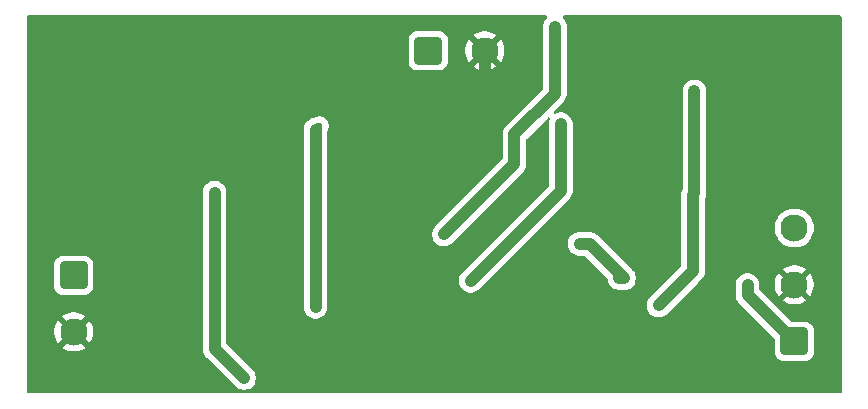
<source format=gbr>
%TF.GenerationSoftware,KiCad,Pcbnew,9.0.5*%
%TF.CreationDate,2025-10-22T07:49:07+03:00*%
%TF.ProjectId,rechargeble_pack,72656368-6172-4676-9562-6c655f706163,rev?*%
%TF.SameCoordinates,Original*%
%TF.FileFunction,Copper,L2,Bot*%
%TF.FilePolarity,Positive*%
%FSLAX46Y46*%
G04 Gerber Fmt 4.6, Leading zero omitted, Abs format (unit mm)*
G04 Created by KiCad (PCBNEW 9.0.5) date 2025-10-22 07:49:07*
%MOMM*%
%LPD*%
G01*
G04 APERTURE LIST*
G04 Aperture macros list*
%AMRoundRect*
0 Rectangle with rounded corners*
0 $1 Rounding radius*
0 $2 $3 $4 $5 $6 $7 $8 $9 X,Y pos of 4 corners*
0 Add a 4 corners polygon primitive as box body*
4,1,4,$2,$3,$4,$5,$6,$7,$8,$9,$2,$3,0*
0 Add four circle primitives for the rounded corners*
1,1,$1+$1,$2,$3*
1,1,$1+$1,$4,$5*
1,1,$1+$1,$6,$7*
1,1,$1+$1,$8,$9*
0 Add four rect primitives between the rounded corners*
20,1,$1+$1,$2,$3,$4,$5,0*
20,1,$1+$1,$4,$5,$6,$7,0*
20,1,$1+$1,$6,$7,$8,$9,0*
20,1,$1+$1,$8,$9,$2,$3,0*%
G04 Aperture macros list end*
%TA.AperFunction,ComponentPad*%
%ADD10RoundRect,0.250001X-0.899999X-0.899999X0.899999X-0.899999X0.899999X0.899999X-0.899999X0.899999X0*%
%TD*%
%TA.AperFunction,ComponentPad*%
%ADD11C,2.300000*%
%TD*%
%TA.AperFunction,ComponentPad*%
%ADD12RoundRect,0.250001X0.899999X-0.899999X0.899999X0.899999X-0.899999X0.899999X-0.899999X-0.899999X0*%
%TD*%
%TA.AperFunction,ComponentPad*%
%ADD13RoundRect,0.250001X-0.899999X0.899999X-0.899999X-0.899999X0.899999X-0.899999X0.899999X0.899999X0*%
%TD*%
%TA.AperFunction,ViaPad*%
%ADD14C,0.600000*%
%TD*%
%TA.AperFunction,Conductor*%
%ADD15C,1.000000*%
%TD*%
%TA.AperFunction,Conductor*%
%ADD16C,0.600000*%
%TD*%
%TA.AperFunction,Conductor*%
%ADD17C,0.500000*%
%TD*%
G04 APERTURE END LIST*
D10*
%TO.P,J2,1,Pin_1*%
%TO.N,+BATT*%
X34500000Y-3500000D03*
D11*
%TO.P,J2,2,Pin_2*%
%TO.N,GND*%
X39300000Y-3500000D03*
%TD*%
D12*
%TO.P,J1,1,Pin_1*%
%TO.N,+9V*%
X65500000Y-28100000D03*
D11*
%TO.P,J1,2,Pin_2*%
%TO.N,GND*%
X65500000Y-23300000D03*
%TO.P,J1,3,Pin_3*%
%TO.N,/OUT_EN*%
X65500000Y-18500000D03*
%TD*%
D13*
%TO.P,J3,1,Pin_1*%
%TO.N,VBUS*%
X4500000Y-22500000D03*
D11*
%TO.P,J3,2,Pin_2*%
%TO.N,GND*%
X4500000Y-27300000D03*
%TD*%
D14*
%TO.N,GND*%
X33387200Y-19217700D03*
X39300000Y-7735000D03*
%TO.N,+10V*%
X51087500Y-22740800D03*
X47326800Y-19843900D03*
%TO.N,+9V*%
X61545300Y-23332600D03*
%TO.N,Net-(Q2-C)*%
X56937500Y-15681600D03*
X57050500Y-6938700D03*
X54012500Y-25060300D03*
X57050500Y-9715000D03*
%TO.N,Net-(U2-FB)*%
X45732800Y-9715000D03*
X38112800Y-22966100D03*
%TO.N,Net-(D2-K)*%
X25291300Y-9849200D03*
X24963000Y-25168000D03*
%TO.N,Net-(D1-A)*%
X45237500Y-1441000D03*
X41804400Y-10563900D03*
X35987200Y-18889300D03*
%TO.N,Net-(U1-PROG)*%
X16413000Y-15513200D03*
X18912500Y-31208000D03*
%TD*%
D15*
%TO.N,GND*%
X39300000Y-7735000D02*
X39300000Y-13304900D01*
D16*
X39387500Y-7735000D02*
X39300000Y-7735000D01*
D15*
X39300000Y-3500000D02*
X39300000Y-7735000D01*
D16*
X39387500Y-7735000D02*
X39300000Y-7735000D01*
D15*
X39300000Y-13304900D02*
X33387200Y-19217700D01*
%TO.N,+10V*%
X47326800Y-19843900D02*
X48190600Y-19843900D01*
D16*
X51087500Y-22740800D02*
X50696700Y-22740800D01*
D15*
X50696700Y-22740800D02*
X51087500Y-22740800D01*
X48190600Y-19843900D02*
X51087500Y-22740800D01*
%TO.N,+9V*%
X61545300Y-24145300D02*
X65500000Y-28100000D01*
X61545300Y-23332600D02*
X61545300Y-24145300D01*
%TO.N,Net-(Q2-C)*%
X54012500Y-25060300D02*
X56937500Y-22135300D01*
D17*
X56937500Y-15681600D02*
X57050500Y-15568600D01*
D15*
X56937500Y-22135300D02*
X56937500Y-15681600D01*
X57050500Y-9715000D02*
X57050500Y-6938700D01*
X57050500Y-15568600D02*
X57050500Y-9715000D01*
%TO.N,Net-(U2-FB)*%
X45732800Y-15346100D02*
X45732800Y-9715000D01*
X38112800Y-22966100D02*
X45732800Y-15346100D01*
D17*
%TO.N,Net-(D2-K)*%
X24963000Y-10177500D02*
X25291300Y-9849200D01*
D15*
X24963000Y-25168000D02*
X24963000Y-10177500D01*
%TO.N,Net-(D1-A)*%
X41804400Y-13072100D02*
X35831000Y-19045500D01*
X41804400Y-10563900D02*
X41804400Y-13072100D01*
D17*
X35831000Y-19045500D02*
X35987200Y-18889300D01*
D15*
X45237500Y-7130800D02*
X45237500Y-1441000D01*
X41804400Y-10563900D02*
X45237500Y-7130800D01*
%TO.N,Net-(U1-PROG)*%
X18912500Y-31208000D02*
X16413000Y-28708500D01*
X16413000Y-28708500D02*
X16413000Y-15513200D01*
%TD*%
%TA.AperFunction,Conductor*%
%TO.N,GND*%
G36*
X44530755Y-520185D02*
G01*
X44576510Y-572989D01*
X44586454Y-642147D01*
X44557429Y-705703D01*
X44551397Y-712181D01*
X44460363Y-803214D01*
X44460360Y-803218D01*
X44350871Y-967079D01*
X44350864Y-967092D01*
X44275450Y-1149160D01*
X44275447Y-1149170D01*
X44237000Y-1342456D01*
X44237000Y-6665017D01*
X44217315Y-6732056D01*
X44200681Y-6752698D01*
X41166620Y-9786759D01*
X41166618Y-9786761D01*
X41096938Y-9856440D01*
X41027259Y-9926119D01*
X40917771Y-10089980D01*
X40917764Y-10089992D01*
X40889875Y-10157327D01*
X40850903Y-10251415D01*
X40850901Y-10251420D01*
X40842350Y-10272060D01*
X40842347Y-10272069D01*
X40803900Y-10465356D01*
X40803900Y-12606317D01*
X40784215Y-12673356D01*
X40767581Y-12693998D01*
X35053863Y-18407715D01*
X35053860Y-18407719D01*
X34944372Y-18571579D01*
X34944367Y-18571589D01*
X34868949Y-18753663D01*
X34868947Y-18753671D01*
X34830500Y-18946955D01*
X34830500Y-19144044D01*
X34868947Y-19337328D01*
X34868949Y-19337336D01*
X34944367Y-19519410D01*
X34944372Y-19519420D01*
X35053860Y-19683280D01*
X35053863Y-19683284D01*
X35193215Y-19822636D01*
X35193219Y-19822639D01*
X35357079Y-19932127D01*
X35357083Y-19932129D01*
X35357086Y-19932131D01*
X35539164Y-20007551D01*
X35732455Y-20045999D01*
X35732458Y-20046000D01*
X35732460Y-20046000D01*
X35929542Y-20046000D01*
X35929543Y-20045999D01*
X36122836Y-20007551D01*
X36304914Y-19932131D01*
X36468781Y-19822639D01*
X42581539Y-13709882D01*
X42691032Y-13546014D01*
X42766451Y-13363935D01*
X42804900Y-13170641D01*
X42804900Y-11029682D01*
X42824585Y-10962643D01*
X42841219Y-10942001D01*
X44620349Y-9162872D01*
X44681672Y-9129387D01*
X44751364Y-9134371D01*
X44807297Y-9176243D01*
X44831714Y-9241707D01*
X44822591Y-9298005D01*
X44770750Y-9423160D01*
X44770747Y-9423170D01*
X44732300Y-9616456D01*
X44732300Y-14880317D01*
X44712615Y-14947356D01*
X44695981Y-14967998D01*
X37335663Y-22328315D01*
X37335660Y-22328319D01*
X37226172Y-22492179D01*
X37226167Y-22492189D01*
X37150749Y-22674263D01*
X37150747Y-22674271D01*
X37112300Y-22867555D01*
X37112300Y-23064644D01*
X37150747Y-23257928D01*
X37150749Y-23257936D01*
X37226167Y-23440010D01*
X37226172Y-23440020D01*
X37335660Y-23603880D01*
X37335663Y-23603884D01*
X37475015Y-23743236D01*
X37475019Y-23743239D01*
X37638879Y-23852727D01*
X37638883Y-23852729D01*
X37638886Y-23852731D01*
X37820964Y-23928151D01*
X38014255Y-23966599D01*
X38014258Y-23966600D01*
X38014260Y-23966600D01*
X38211342Y-23966600D01*
X38211343Y-23966599D01*
X38404636Y-23928151D01*
X38586714Y-23852731D01*
X38750581Y-23743239D01*
X39768820Y-22725000D01*
X42551379Y-19942443D01*
X46326299Y-19942443D01*
X46364747Y-20135729D01*
X46364750Y-20135739D01*
X46440164Y-20317807D01*
X46440171Y-20317820D01*
X46549660Y-20481681D01*
X46549663Y-20481685D01*
X46689014Y-20621036D01*
X46689018Y-20621039D01*
X46852879Y-20730528D01*
X46852892Y-20730535D01*
X47034960Y-20805949D01*
X47034965Y-20805951D01*
X47034969Y-20805951D01*
X47034970Y-20805952D01*
X47228256Y-20844400D01*
X47228259Y-20844400D01*
X47724818Y-20844400D01*
X47791857Y-20864085D01*
X47812499Y-20880719D01*
X49659881Y-22728101D01*
X49693366Y-22789424D01*
X49696200Y-22815782D01*
X49696200Y-22839341D01*
X49696200Y-22839343D01*
X49696199Y-22839343D01*
X49734647Y-23032629D01*
X49734650Y-23032639D01*
X49810064Y-23214707D01*
X49810071Y-23214720D01*
X49919560Y-23378581D01*
X49919563Y-23378585D01*
X50058914Y-23517936D01*
X50058918Y-23517939D01*
X50222779Y-23627428D01*
X50222792Y-23627435D01*
X50348531Y-23679517D01*
X50404865Y-23702851D01*
X50404869Y-23702851D01*
X50404870Y-23702852D01*
X50598156Y-23741300D01*
X50598159Y-23741300D01*
X51186043Y-23741300D01*
X51259192Y-23726749D01*
X51296470Y-23719334D01*
X51379336Y-23702851D01*
X51445381Y-23675494D01*
X51561414Y-23627432D01*
X51725282Y-23517939D01*
X51864639Y-23378582D01*
X51974132Y-23214714D01*
X52042803Y-23048927D01*
X52049551Y-23032636D01*
X52088000Y-22839340D01*
X52088000Y-22642260D01*
X52081426Y-22609214D01*
X52076539Y-22584645D01*
X52076539Y-22584643D01*
X52049553Y-22448972D01*
X52049550Y-22448963D01*
X52048309Y-22445968D01*
X52017070Y-22370549D01*
X51974135Y-22266892D01*
X51974128Y-22266879D01*
X51864640Y-22103019D01*
X51798380Y-22036759D01*
X51725282Y-21963661D01*
X51725281Y-21963660D01*
X48974808Y-19213188D01*
X48974806Y-19213185D01*
X48974806Y-19213186D01*
X48967739Y-19206119D01*
X48967739Y-19206118D01*
X48828382Y-19066761D01*
X48828381Y-19066760D01*
X48828380Y-19066759D01*
X48664520Y-18957271D01*
X48664507Y-18957264D01*
X48502898Y-18890324D01*
X48502893Y-18890322D01*
X48493647Y-18886493D01*
X48482436Y-18881849D01*
X48385788Y-18862624D01*
X48378141Y-18861102D01*
X48289144Y-18843400D01*
X48289141Y-18843400D01*
X47228259Y-18843400D01*
X47228257Y-18843400D01*
X47034970Y-18881847D01*
X47034960Y-18881850D01*
X46852892Y-18957264D01*
X46852879Y-18957271D01*
X46689018Y-19066760D01*
X46689014Y-19066763D01*
X46549663Y-19206114D01*
X46549660Y-19206118D01*
X46440171Y-19369979D01*
X46440164Y-19369992D01*
X46364750Y-19552060D01*
X46364747Y-19552070D01*
X46326300Y-19745356D01*
X46326300Y-19745359D01*
X46326300Y-19942441D01*
X46326300Y-19942443D01*
X46326299Y-19942443D01*
X42551379Y-19942443D01*
X42842236Y-19651586D01*
X46509936Y-15983885D01*
X46509937Y-15983884D01*
X46509937Y-15983883D01*
X46509939Y-15983882D01*
X46549888Y-15924094D01*
X46619432Y-15820014D01*
X46694851Y-15637935D01*
X46733300Y-15444641D01*
X46733300Y-9616459D01*
X46733300Y-9616456D01*
X46694852Y-9423170D01*
X46694851Y-9423169D01*
X46694851Y-9423165D01*
X46659952Y-9338911D01*
X46619435Y-9241092D01*
X46619428Y-9241079D01*
X46509939Y-9077218D01*
X46509936Y-9077214D01*
X46370585Y-8937863D01*
X46370581Y-8937860D01*
X46206720Y-8828371D01*
X46206707Y-8828364D01*
X46024639Y-8752950D01*
X46024629Y-8752947D01*
X45831343Y-8714500D01*
X45831341Y-8714500D01*
X45634259Y-8714500D01*
X45634257Y-8714500D01*
X45440970Y-8752947D01*
X45440965Y-8752949D01*
X45315804Y-8804791D01*
X45246335Y-8812259D01*
X45183856Y-8780983D01*
X45148204Y-8720894D01*
X45150699Y-8651069D01*
X45180670Y-8602549D01*
X46014640Y-7768581D01*
X46124132Y-7604714D01*
X46199552Y-7422635D01*
X46238001Y-7229340D01*
X46238001Y-7032259D01*
X46238001Y-7027149D01*
X46238000Y-7027123D01*
X46238000Y-1342456D01*
X46199552Y-1149170D01*
X46199551Y-1149169D01*
X46199551Y-1149165D01*
X46199549Y-1149160D01*
X46124135Y-967092D01*
X46124128Y-967079D01*
X46014639Y-803218D01*
X46014636Y-803214D01*
X45923603Y-712181D01*
X45890118Y-650858D01*
X45895102Y-581166D01*
X45936974Y-525233D01*
X46002438Y-500816D01*
X46011284Y-500500D01*
X69375500Y-500500D01*
X69442539Y-520185D01*
X69488294Y-572989D01*
X69499500Y-624500D01*
X69499500Y-32375500D01*
X69479815Y-32442539D01*
X69427011Y-32488294D01*
X69375500Y-32499500D01*
X624500Y-32499500D01*
X557461Y-32479815D01*
X511706Y-32427011D01*
X500500Y-32375500D01*
X500500Y-27170142D01*
X2850000Y-27170142D01*
X2850000Y-27429857D01*
X2890629Y-27686377D01*
X2970883Y-27933377D01*
X3088796Y-28164791D01*
X3169951Y-28276492D01*
X3169952Y-28276493D01*
X3955799Y-27490646D01*
X3964185Y-27521942D01*
X4039885Y-27653058D01*
X4146942Y-27760115D01*
X4278058Y-27835815D01*
X4309353Y-27844200D01*
X3523505Y-28630046D01*
X3523506Y-28630048D01*
X3635208Y-28711203D01*
X3866622Y-28829116D01*
X4113622Y-28909370D01*
X4370143Y-28950000D01*
X4629857Y-28950000D01*
X4886377Y-28909370D01*
X5133377Y-28829116D01*
X5176697Y-28807043D01*
X15412499Y-28807043D01*
X15450947Y-29000329D01*
X15450950Y-29000339D01*
X15526364Y-29182407D01*
X15526371Y-29182420D01*
X15635860Y-29346281D01*
X15635863Y-29346285D01*
X15779537Y-29489959D01*
X15779559Y-29489979D01*
X18274715Y-31985136D01*
X18274719Y-31985139D01*
X18438579Y-32094627D01*
X18438583Y-32094629D01*
X18438586Y-32094631D01*
X18620664Y-32170051D01*
X18813955Y-32208499D01*
X18813958Y-32208500D01*
X18813960Y-32208500D01*
X19011042Y-32208500D01*
X19011043Y-32208499D01*
X19204336Y-32170051D01*
X19386414Y-32094631D01*
X19550281Y-31985139D01*
X19689639Y-31845781D01*
X19799131Y-31681914D01*
X19874551Y-31499836D01*
X19913000Y-31306540D01*
X19913000Y-31109460D01*
X19913000Y-31109457D01*
X19912999Y-31109455D01*
X19874552Y-30916171D01*
X19874551Y-30916164D01*
X19799131Y-30734086D01*
X19799129Y-30734083D01*
X19799127Y-30734079D01*
X19689639Y-30570219D01*
X19689636Y-30570215D01*
X17449819Y-28330398D01*
X17416334Y-28269075D01*
X17413500Y-28242717D01*
X17413500Y-25266543D01*
X23962499Y-25266543D01*
X24000947Y-25459829D01*
X24000950Y-25459839D01*
X24076364Y-25641907D01*
X24076371Y-25641920D01*
X24185860Y-25805781D01*
X24185863Y-25805785D01*
X24325214Y-25945136D01*
X24325218Y-25945139D01*
X24489079Y-26054628D01*
X24489092Y-26054635D01*
X24671160Y-26130049D01*
X24671165Y-26130051D01*
X24671169Y-26130051D01*
X24671170Y-26130052D01*
X24864456Y-26168500D01*
X24864459Y-26168500D01*
X25061543Y-26168500D01*
X25191582Y-26142632D01*
X25254835Y-26130051D01*
X25422023Y-26060800D01*
X25436907Y-26054635D01*
X25436907Y-26054634D01*
X25436914Y-26054632D01*
X25600782Y-25945139D01*
X25740139Y-25805782D01*
X25849632Y-25641914D01*
X25925051Y-25459835D01*
X25946474Y-25352136D01*
X25963500Y-25266543D01*
X25963500Y-24961755D01*
X53012000Y-24961755D01*
X53012000Y-25158844D01*
X53050447Y-25352128D01*
X53050449Y-25352136D01*
X53125867Y-25534210D01*
X53125872Y-25534220D01*
X53235360Y-25698080D01*
X53235363Y-25698084D01*
X53374715Y-25837436D01*
X53374719Y-25837439D01*
X53538579Y-25946927D01*
X53538583Y-25946929D01*
X53538586Y-25946931D01*
X53720664Y-26022351D01*
X53913955Y-26060799D01*
X53913958Y-26060800D01*
X53913960Y-26060800D01*
X54111042Y-26060800D01*
X54111043Y-26060799D01*
X54304336Y-26022351D01*
X54486414Y-25946931D01*
X54650281Y-25837439D01*
X55221179Y-25266541D01*
X57253666Y-23234056D01*
X60544800Y-23234056D01*
X60544800Y-23234057D01*
X60544800Y-23234059D01*
X60544800Y-24243841D01*
X60554094Y-24290563D01*
X60583249Y-24437136D01*
X60602593Y-24483835D01*
X60605957Y-24491957D01*
X60605958Y-24491960D01*
X60658664Y-24619206D01*
X60658671Y-24619219D01*
X60665907Y-24630048D01*
X60768161Y-24783082D01*
X60907518Y-24922439D01*
X60907520Y-24922440D01*
X60914586Y-24929506D01*
X60914585Y-24929506D01*
X60914589Y-24929509D01*
X63813181Y-27828101D01*
X63846666Y-27889424D01*
X63849500Y-27915782D01*
X63849500Y-29050015D01*
X63860000Y-29152795D01*
X63860001Y-29152796D01*
X63915186Y-29319335D01*
X63915187Y-29319337D01*
X64007286Y-29468651D01*
X64007289Y-29468655D01*
X64131344Y-29592710D01*
X64131348Y-29592713D01*
X64280662Y-29684812D01*
X64280664Y-29684813D01*
X64280666Y-29684814D01*
X64447203Y-29739999D01*
X64549992Y-29750500D01*
X64549997Y-29750500D01*
X66450003Y-29750500D01*
X66450008Y-29750500D01*
X66552797Y-29739999D01*
X66719334Y-29684814D01*
X66868655Y-29592711D01*
X66992711Y-29468655D01*
X67084814Y-29319334D01*
X67139999Y-29152797D01*
X67150500Y-29050008D01*
X67150500Y-27149992D01*
X67139999Y-27047203D01*
X67084814Y-26880666D01*
X66992711Y-26731345D01*
X66868655Y-26607289D01*
X66868651Y-26607286D01*
X66719337Y-26515187D01*
X66719335Y-26515186D01*
X66636065Y-26487593D01*
X66552797Y-26460001D01*
X66552795Y-26460000D01*
X66450015Y-26449500D01*
X66450008Y-26449500D01*
X65315783Y-26449500D01*
X65248744Y-26429815D01*
X65228102Y-26413181D01*
X62582119Y-23767198D01*
X62548634Y-23705875D01*
X62545800Y-23679517D01*
X62545800Y-23234057D01*
X62536929Y-23189463D01*
X62536929Y-23189461D01*
X62533086Y-23170142D01*
X63850000Y-23170142D01*
X63850000Y-23429857D01*
X63890629Y-23686377D01*
X63970883Y-23933377D01*
X64088796Y-24164791D01*
X64169951Y-24276492D01*
X64169952Y-24276493D01*
X64955799Y-23490646D01*
X64964185Y-23521942D01*
X65039885Y-23653058D01*
X65146942Y-23760115D01*
X65278058Y-23835815D01*
X65309353Y-23844200D01*
X64523505Y-24630046D01*
X64523506Y-24630048D01*
X64635208Y-24711203D01*
X64866622Y-24829116D01*
X65113622Y-24909370D01*
X65370143Y-24950000D01*
X65629857Y-24950000D01*
X65886377Y-24909370D01*
X66133377Y-24829116D01*
X66364788Y-24711205D01*
X66476492Y-24630046D01*
X66476493Y-24630046D01*
X65690646Y-23844200D01*
X65721942Y-23835815D01*
X65853058Y-23760115D01*
X65960115Y-23653058D01*
X66035815Y-23521942D01*
X66044200Y-23490646D01*
X66830046Y-24276493D01*
X66830046Y-24276492D01*
X66911205Y-24164788D01*
X67029116Y-23933377D01*
X67109370Y-23686377D01*
X67150000Y-23429857D01*
X67150000Y-23170142D01*
X67109370Y-22913622D01*
X67029116Y-22666622D01*
X66911203Y-22435208D01*
X66830048Y-22323506D01*
X66830046Y-22323505D01*
X66044200Y-23109352D01*
X66035815Y-23078058D01*
X65960115Y-22946942D01*
X65853058Y-22839885D01*
X65721942Y-22764185D01*
X65690646Y-22755799D01*
X66476493Y-21969952D01*
X66476492Y-21969951D01*
X66364791Y-21888796D01*
X66133377Y-21770883D01*
X65886377Y-21690629D01*
X65629857Y-21650000D01*
X65370143Y-21650000D01*
X65113622Y-21690629D01*
X64866622Y-21770883D01*
X64635215Y-21888792D01*
X64523506Y-21969952D01*
X65309353Y-22755799D01*
X65278058Y-22764185D01*
X65146942Y-22839885D01*
X65039885Y-22946942D01*
X64964185Y-23078058D01*
X64955799Y-23109353D01*
X64169952Y-22323506D01*
X64088792Y-22435215D01*
X63970883Y-22666622D01*
X63890629Y-22913622D01*
X63850000Y-23170142D01*
X62533086Y-23170142D01*
X62512100Y-23064640D01*
X62507351Y-23040765D01*
X62503984Y-23032636D01*
X62431935Y-22858692D01*
X62431928Y-22858679D01*
X62322439Y-22694818D01*
X62322436Y-22694814D01*
X62183085Y-22555463D01*
X62183081Y-22555460D01*
X62019220Y-22445971D01*
X62019207Y-22445964D01*
X61837139Y-22370550D01*
X61837129Y-22370547D01*
X61643843Y-22332100D01*
X61643841Y-22332100D01*
X61446759Y-22332100D01*
X61446757Y-22332100D01*
X61253470Y-22370547D01*
X61253460Y-22370550D01*
X61071392Y-22445964D01*
X61071379Y-22445971D01*
X60907518Y-22555460D01*
X60907514Y-22555463D01*
X60768163Y-22694814D01*
X60768160Y-22694818D01*
X60658671Y-22858679D01*
X60658664Y-22858692D01*
X60583250Y-23040760D01*
X60583247Y-23040770D01*
X60544800Y-23234056D01*
X57253666Y-23234056D01*
X57347436Y-23140286D01*
X57714637Y-22773084D01*
X57714637Y-22773083D01*
X57714640Y-22773081D01*
X57824132Y-22609214D01*
X57899552Y-22427135D01*
X57938000Y-22233840D01*
X57938000Y-22036759D01*
X57938000Y-18370097D01*
X63849500Y-18370097D01*
X63849500Y-18629902D01*
X63890140Y-18886493D01*
X63970422Y-19133576D01*
X64010988Y-19213189D01*
X64088366Y-19365051D01*
X64241069Y-19575229D01*
X64424771Y-19758931D01*
X64634949Y-19911634D01*
X64782445Y-19986787D01*
X64866423Y-20029577D01*
X64866425Y-20029577D01*
X64866428Y-20029579D01*
X65113507Y-20109860D01*
X65245706Y-20130797D01*
X65370098Y-20150500D01*
X65370103Y-20150500D01*
X65629902Y-20150500D01*
X65743298Y-20132539D01*
X65886493Y-20109860D01*
X66133572Y-20029579D01*
X66365051Y-19911634D01*
X66575229Y-19758931D01*
X66758931Y-19575229D01*
X66911634Y-19365051D01*
X67029579Y-19133572D01*
X67109860Y-18886493D01*
X67132539Y-18743298D01*
X67150500Y-18629902D01*
X67150500Y-18370097D01*
X67128947Y-18234021D01*
X67109860Y-18113507D01*
X67029579Y-17866428D01*
X67029577Y-17866425D01*
X67029577Y-17866423D01*
X66986787Y-17782445D01*
X66911634Y-17634949D01*
X66758931Y-17424771D01*
X66575229Y-17241069D01*
X66365051Y-17088366D01*
X66292764Y-17051534D01*
X66133576Y-16970422D01*
X65886493Y-16890140D01*
X65629902Y-16849500D01*
X65629897Y-16849500D01*
X65370103Y-16849500D01*
X65370098Y-16849500D01*
X65113506Y-16890140D01*
X64866423Y-16970422D01*
X64634945Y-17088368D01*
X64424774Y-17241066D01*
X64424768Y-17241071D01*
X64241071Y-17424768D01*
X64241066Y-17424774D01*
X64088368Y-17634945D01*
X63970422Y-17866423D01*
X63890140Y-18113506D01*
X63849500Y-18370097D01*
X57938000Y-18370097D01*
X57938000Y-16065083D01*
X57947439Y-16017631D01*
X58012549Y-15860439D01*
X58012551Y-15860435D01*
X58051000Y-15667141D01*
X58051000Y-9616459D01*
X58051000Y-6840159D01*
X58051000Y-6840156D01*
X58012552Y-6646870D01*
X58012551Y-6646869D01*
X58012551Y-6646865D01*
X58012549Y-6646860D01*
X57937135Y-6464792D01*
X57937128Y-6464779D01*
X57827639Y-6300918D01*
X57827636Y-6300914D01*
X57688285Y-6161563D01*
X57688281Y-6161560D01*
X57524420Y-6052071D01*
X57524407Y-6052064D01*
X57342339Y-5976650D01*
X57342329Y-5976647D01*
X57149043Y-5938200D01*
X57149041Y-5938200D01*
X56951959Y-5938200D01*
X56951957Y-5938200D01*
X56758670Y-5976647D01*
X56758660Y-5976650D01*
X56576592Y-6052064D01*
X56576579Y-6052071D01*
X56412718Y-6161560D01*
X56412714Y-6161563D01*
X56273363Y-6300914D01*
X56273360Y-6300918D01*
X56163871Y-6464779D01*
X56163864Y-6464792D01*
X56088450Y-6646860D01*
X56088447Y-6646870D01*
X56050000Y-6840156D01*
X56050000Y-15185117D01*
X56040561Y-15232569D01*
X55975449Y-15389763D01*
X55975447Y-15389771D01*
X55937000Y-15583056D01*
X55937000Y-21669517D01*
X55917315Y-21736556D01*
X55900681Y-21757198D01*
X53235363Y-24422515D01*
X53235360Y-24422519D01*
X53125872Y-24586379D01*
X53125867Y-24586389D01*
X53050449Y-24768463D01*
X53050447Y-24768471D01*
X53012000Y-24961755D01*
X25963500Y-24961755D01*
X25963500Y-10321658D01*
X25983185Y-10254619D01*
X25984398Y-10252767D01*
X25985300Y-10251417D01*
X26000694Y-10228379D01*
X26061037Y-10082697D01*
X26091800Y-9928042D01*
X26091800Y-9770358D01*
X26091800Y-9770355D01*
X26091799Y-9770353D01*
X26061187Y-9616459D01*
X26061037Y-9615703D01*
X26061035Y-9615698D01*
X26000697Y-9470027D01*
X26000690Y-9470014D01*
X25913089Y-9338911D01*
X25913086Y-9338907D01*
X25801592Y-9227413D01*
X25801588Y-9227410D01*
X25670485Y-9139809D01*
X25670472Y-9139802D01*
X25524801Y-9079464D01*
X25524789Y-9079461D01*
X25370145Y-9048700D01*
X25370142Y-9048700D01*
X25212458Y-9048700D01*
X25212455Y-9048700D01*
X25057810Y-9079461D01*
X25057798Y-9079464D01*
X24912128Y-9139802D01*
X24912116Y-9139809D01*
X24873567Y-9165565D01*
X24828873Y-9184077D01*
X24671169Y-9215448D01*
X24671160Y-9215450D01*
X24489092Y-9290864D01*
X24489079Y-9290871D01*
X24325218Y-9400360D01*
X24325214Y-9400363D01*
X24185863Y-9539714D01*
X24185860Y-9539718D01*
X24076371Y-9703579D01*
X24076364Y-9703592D01*
X24000950Y-9885660D01*
X24000947Y-9885670D01*
X23962500Y-10078956D01*
X23962500Y-10078959D01*
X23962500Y-25266541D01*
X23962500Y-25266543D01*
X23962499Y-25266543D01*
X17413500Y-25266543D01*
X17413500Y-15414656D01*
X17375052Y-15221370D01*
X17375051Y-15221369D01*
X17375051Y-15221365D01*
X17360037Y-15185117D01*
X17299635Y-15039292D01*
X17299628Y-15039279D01*
X17190139Y-14875418D01*
X17190136Y-14875414D01*
X17050785Y-14736063D01*
X17050781Y-14736060D01*
X16886920Y-14626571D01*
X16886907Y-14626564D01*
X16704839Y-14551150D01*
X16704829Y-14551147D01*
X16511543Y-14512700D01*
X16511541Y-14512700D01*
X16314459Y-14512700D01*
X16314457Y-14512700D01*
X16121170Y-14551147D01*
X16121160Y-14551150D01*
X15939092Y-14626564D01*
X15939079Y-14626571D01*
X15775218Y-14736060D01*
X15775214Y-14736063D01*
X15635863Y-14875414D01*
X15635860Y-14875418D01*
X15526371Y-15039279D01*
X15526364Y-15039292D01*
X15450950Y-15221360D01*
X15450947Y-15221370D01*
X15412500Y-15414656D01*
X15412500Y-15414659D01*
X15412500Y-28807041D01*
X15412500Y-28807043D01*
X15412499Y-28807043D01*
X5176697Y-28807043D01*
X5364788Y-28711205D01*
X5476492Y-28630046D01*
X5476493Y-28630046D01*
X4690646Y-27844200D01*
X4721942Y-27835815D01*
X4853058Y-27760115D01*
X4960115Y-27653058D01*
X5035815Y-27521942D01*
X5044200Y-27490646D01*
X5830046Y-28276493D01*
X5830046Y-28276492D01*
X5911205Y-28164788D01*
X6029116Y-27933377D01*
X6109370Y-27686377D01*
X6150000Y-27429857D01*
X6150000Y-27170142D01*
X6109370Y-26913622D01*
X6029116Y-26666622D01*
X5911203Y-26435208D01*
X5830048Y-26323506D01*
X5830046Y-26323505D01*
X5044200Y-27109352D01*
X5035815Y-27078058D01*
X4960115Y-26946942D01*
X4853058Y-26839885D01*
X4721942Y-26764185D01*
X4690646Y-26755799D01*
X5476493Y-25969952D01*
X5476492Y-25969951D01*
X5364791Y-25888796D01*
X5133377Y-25770883D01*
X4886377Y-25690629D01*
X4629857Y-25650000D01*
X4370143Y-25650000D01*
X4113622Y-25690629D01*
X3866622Y-25770883D01*
X3635215Y-25888792D01*
X3523506Y-25969952D01*
X4309353Y-26755799D01*
X4278058Y-26764185D01*
X4146942Y-26839885D01*
X4039885Y-26946942D01*
X3964185Y-27078058D01*
X3955799Y-27109353D01*
X3169952Y-26323506D01*
X3088792Y-26435215D01*
X2970883Y-26666622D01*
X2890629Y-26913622D01*
X2850000Y-27170142D01*
X500500Y-27170142D01*
X500500Y-21549984D01*
X2849500Y-21549984D01*
X2849500Y-23450015D01*
X2860000Y-23552795D01*
X2860001Y-23552796D01*
X2915185Y-23719332D01*
X2915186Y-23719334D01*
X3007286Y-23868651D01*
X3007289Y-23868655D01*
X3131344Y-23992710D01*
X3131348Y-23992713D01*
X3280662Y-24084812D01*
X3280664Y-24084813D01*
X3280666Y-24084814D01*
X3447203Y-24139999D01*
X3549992Y-24150500D01*
X3549997Y-24150500D01*
X5450003Y-24150500D01*
X5450008Y-24150500D01*
X5552797Y-24139999D01*
X5719334Y-24084814D01*
X5868655Y-23992711D01*
X5992711Y-23868655D01*
X6084814Y-23719334D01*
X6139999Y-23552797D01*
X6150500Y-23450008D01*
X6150500Y-21549992D01*
X6139999Y-21447203D01*
X6084814Y-21280666D01*
X5992711Y-21131345D01*
X5868655Y-21007289D01*
X5868651Y-21007286D01*
X5719337Y-20915187D01*
X5719335Y-20915186D01*
X5636065Y-20887593D01*
X5552797Y-20860001D01*
X5552795Y-20860000D01*
X5450015Y-20849500D01*
X5450008Y-20849500D01*
X3549992Y-20849500D01*
X3549984Y-20849500D01*
X3447204Y-20860000D01*
X3447203Y-20860001D01*
X3280664Y-20915186D01*
X3280662Y-20915187D01*
X3131348Y-21007286D01*
X3131344Y-21007289D01*
X3007289Y-21131344D01*
X3007286Y-21131348D01*
X2915187Y-21280662D01*
X2915186Y-21280664D01*
X2860001Y-21447203D01*
X2860000Y-21447204D01*
X2849500Y-21549984D01*
X500500Y-21549984D01*
X500500Y-2549984D01*
X32849500Y-2549984D01*
X32849500Y-4450015D01*
X32860000Y-4552795D01*
X32860001Y-4552796D01*
X32915186Y-4719335D01*
X32915187Y-4719337D01*
X33007286Y-4868651D01*
X33007289Y-4868655D01*
X33131344Y-4992710D01*
X33131348Y-4992713D01*
X33280662Y-5084812D01*
X33280664Y-5084813D01*
X33280666Y-5084814D01*
X33447203Y-5139999D01*
X33549992Y-5150500D01*
X33549997Y-5150500D01*
X35450003Y-5150500D01*
X35450008Y-5150500D01*
X35552797Y-5139999D01*
X35719334Y-5084814D01*
X35868655Y-4992711D01*
X35992711Y-4868655D01*
X36084814Y-4719334D01*
X36139999Y-4552797D01*
X36150500Y-4450008D01*
X36150500Y-3370142D01*
X37650000Y-3370142D01*
X37650000Y-3629857D01*
X37690629Y-3886377D01*
X37770883Y-4133377D01*
X37888796Y-4364791D01*
X37969951Y-4476492D01*
X37969952Y-4476493D01*
X38755799Y-3690646D01*
X38764185Y-3721942D01*
X38839885Y-3853058D01*
X38946942Y-3960115D01*
X39078058Y-4035815D01*
X39109353Y-4044200D01*
X38323505Y-4830046D01*
X38323506Y-4830048D01*
X38435208Y-4911203D01*
X38666622Y-5029116D01*
X38913622Y-5109370D01*
X39170143Y-5150000D01*
X39429857Y-5150000D01*
X39686377Y-5109370D01*
X39933377Y-5029116D01*
X40164788Y-4911205D01*
X40276492Y-4830046D01*
X40276493Y-4830046D01*
X39490646Y-4044200D01*
X39521942Y-4035815D01*
X39653058Y-3960115D01*
X39760115Y-3853058D01*
X39835815Y-3721942D01*
X39844200Y-3690646D01*
X40630046Y-4476493D01*
X40630046Y-4476492D01*
X40711205Y-4364788D01*
X40829116Y-4133377D01*
X40909370Y-3886377D01*
X40950000Y-3629857D01*
X40950000Y-3370142D01*
X40909370Y-3113622D01*
X40829116Y-2866622D01*
X40711203Y-2635208D01*
X40630048Y-2523506D01*
X40630046Y-2523505D01*
X39844200Y-3309352D01*
X39835815Y-3278058D01*
X39760115Y-3146942D01*
X39653058Y-3039885D01*
X39521942Y-2964185D01*
X39490646Y-2955799D01*
X40276493Y-2169952D01*
X40276492Y-2169951D01*
X40164791Y-2088796D01*
X39933377Y-1970883D01*
X39686377Y-1890629D01*
X39429857Y-1850000D01*
X39170143Y-1850000D01*
X38913622Y-1890629D01*
X38666622Y-1970883D01*
X38435215Y-2088792D01*
X38323506Y-2169952D01*
X39109353Y-2955799D01*
X39078058Y-2964185D01*
X38946942Y-3039885D01*
X38839885Y-3146942D01*
X38764185Y-3278058D01*
X38755799Y-3309353D01*
X37969952Y-2523506D01*
X37888792Y-2635215D01*
X37770883Y-2866622D01*
X37690629Y-3113622D01*
X37650000Y-3370142D01*
X36150500Y-3370142D01*
X36150500Y-2549992D01*
X36139999Y-2447203D01*
X36084814Y-2280666D01*
X35992711Y-2131345D01*
X35868655Y-2007289D01*
X35868651Y-2007286D01*
X35719337Y-1915187D01*
X35719335Y-1915186D01*
X35636065Y-1887593D01*
X35552797Y-1860001D01*
X35552795Y-1860000D01*
X35450015Y-1849500D01*
X35450008Y-1849500D01*
X33549992Y-1849500D01*
X33549984Y-1849500D01*
X33447204Y-1860000D01*
X33447203Y-1860001D01*
X33280664Y-1915186D01*
X33280662Y-1915187D01*
X33131348Y-2007286D01*
X33131344Y-2007289D01*
X33007289Y-2131344D01*
X33007286Y-2131348D01*
X32915187Y-2280662D01*
X32915186Y-2280664D01*
X32860001Y-2447203D01*
X32860000Y-2447204D01*
X32849500Y-2549984D01*
X500500Y-2549984D01*
X500500Y-624500D01*
X520185Y-557461D01*
X572989Y-511706D01*
X624500Y-500500D01*
X44463716Y-500500D01*
X44530755Y-520185D01*
G37*
%TD.AperFunction*%
%TD*%
M02*

</source>
